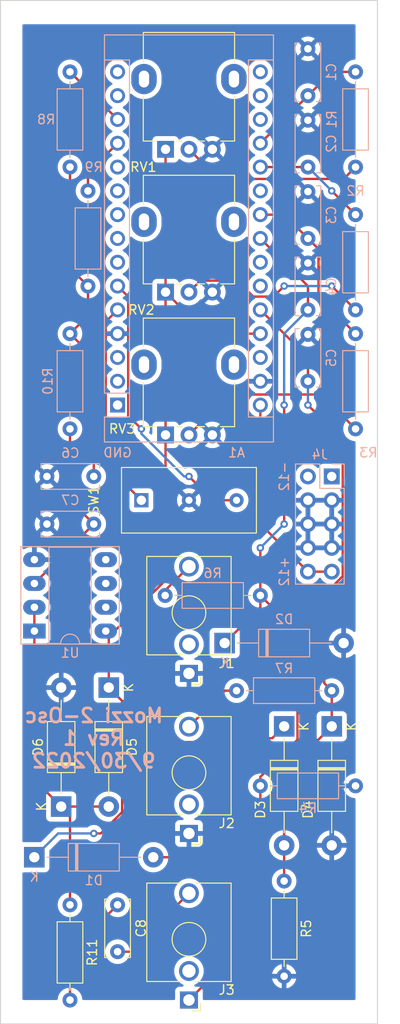
<source format=kicad_pcb>
(kicad_pcb (version 20211014) (generator pcbnew)
  (layers (0 "F.Cu" signal) (31 "B.Cu" signal) (34 "B.Paste" user) (35 "F.Paste" user) (36 "B.SilkS" user "B.Silkscreen") (37 "F.SilkS" user "F.Silkscreen") (38 "B.Mask" user) (39 "F.Mask" user) (44 "Edge.Cuts" user))
  (net 0 "")
  (net 4 "GND")
  (net 5 "OctUp")
  (net 6 "OctDown")
  (net 12 "OutA")
  (net 13 "OutB")
  (net 19 "Osc1Freq")
  (net 20 "Osc2Freq")
  (net 22 "Wave")
  (net 23 "CV")
  (net 26 "V{slash}Oct")
  (net 27 "+5V")
  (net 29 "+12V")
  (net 30 "Net-(C6-Pad1)")
  (net 31 "Net-(C7-Pad1)")
  (net 32 "Net-(C8-Pad1)")
  (net 33 "Net-(C8-Pad2)")
  (net 34 "Net-(D5-Pad2)")
  (net 35 "Net-(J1-PadT)")
  (net 36 "Net-(J2-PadT)")
  (net 37 "Net-(R1-Pad1)")
  (net 38 "Net-(R2-Pad1)")
  (net 39 "Net-(R3-Pad1)")
  (footprint "Diode_THT:D_DO-41_SOD81_P12.70mm_Horizontal" (layer "F.Cu") (at 63.5 105.41 -90)
    (fp_text reference "D4" (at 8.89 2.54 90) (layer "F.SilkS"))
    (fp_text value "D_Schottky")
    (fp_text user "K" (at 0 -2.1 90) (layer "F.SilkS"))
    (fp_line (start 9.07 -1.47) (end 3.63 -1.47) (layer "F.SilkS") (width 0.12))
    (fp_line (start 4.41 -1.47) (end 4.41 1.47) (layer "F.SilkS") (width 0.12))
    (fp_line (start 4.53 -1.47) (end 4.53 1.47) (layer "F.SilkS") (width 0.12))
    (fp_line (start 1.34 0) (end 3.63 0) (layer "F.SilkS") (width 0.12))
    (fp_line (start 9.07 1.47) (end 9.07 -1.47) (layer "F.SilkS") (width 0.12))
    (fp_line (start 11.36 0) (end 9.07 0) (layer "F.SilkS") (width 0.12))
    (fp_line (start 3.63 1.47) (end 9.07 1.47) (layer "F.SilkS") (width 0.12))
    (fp_line (start 4.65 -1.47) (end 4.65 1.47) (layer "F.SilkS") (width 0.12))
    (fp_line (start 3.63 -1.47) (end 3.63 1.47) (layer "F.SilkS") (width 0.12))
    (pad "1" thru_hole rect (at 0 0 270) (size 2.2 2.2) (drill 1.1) (layers *.Cu *.Mask) (net 26 "V{slash}Oct"))
    (pad "2" thru_hole oval (at 12.7 0 270) (size 2.2 2.2) (drill 1.1) (layers *.Cu *.Mask) (net 4 "GND"))
  )
  (footprint "Potentiometer_THT:Potentiometer_Alpha_RD901F-40-00D_Single_Vertical" (layer "F.Cu") (at 45.76 43.825 90)
    (fp_text reference "RV1" (at -1.895 -2.37 180) (layer "F.SilkS"))
    (fp_text value "100k")
    (fp_line (start 0.88 -1.19) (end 0.88 -2.37) (layer "F.SilkS") (width 0.12))
    (fp_line (start 0.88 1.71) (end 0.88 1.18) (layer "F.SilkS") (width 0.12))
    (fp_line (start 9.41 -2.37) (end 12.47 -2.37) (layer "F.SilkS") (width 0.12))
    (fp_line (start 0.88 7.37) (end 0.88 5.88) (layer "F.SilkS") (width 0.12))
    (fp_line (start 0.88 7.37) (end 5.6 7.37) (layer "F.SilkS") (width 0.12))
    (fp_line (start 12.47 7.37) (end 12.47 -2.37) (layer "F.SilkS") (width 0.12))
    (fp_line (start 9.41 7.37) (end 12.47 7.37) (layer "F.SilkS") (width 0.12))
    (fp_line (start 0.88 -2.38) (end 5.6 -2.38) (layer "F.SilkS") (width 0.12))
    (fp_line (start 0.88 4.16) (end 0.88 3.33) (layer "F.SilkS") (width 0.12))
    (pad "" thru_hole oval locked (at 7.5 -2.3 180) (size 2.72 3.24) (drill oval 1.1 1.8) (layers *.Cu *.Mask))
    (pad "" thru_hole oval locked (at 7.5 7.3 180) (size 2.72 3.24) (drill oval 1.1 1.8) (layers *.Cu *.Mask))
    (pad "1" thru_hole rect locked (at 0 0 180) (size 1.8 1.8) (drill 1) (layers *.Cu *.Mask) (net 27 "+5V"))
    (pad "2" thru_hole circle locked (at 0 2.5 180) (size 1.8 1.8) (drill 1) (layers *.Cu *.Mask) (net 37 "Net-(R1-Pad1)"))
    (pad "3" thru_hole circle locked (at 0 5 180) (size 1.8 1.8) (drill 1) (layers *.Cu *.Mask) (net 4 "GND"))
  )
  (footprint "rpaz:SW_NKK_D22012P" (layer "F.Cu") (at 48.26 81.28 90)
    (fp_text reference "SW1" (at 0 -10.16 90 unlocked) (layer "F.SilkS"))
    (fp_text value "SW_SPDT_MSM")
    (fp_rect (start -3.5 -7.2) (end 3.5 7.2) (layer "F.SilkS") (width 0.12) (fill none))
    (pad "1" thru_hole rect (at 0 -5.08 90) (size 1.524 1.524) (drill 1) (layers *.Cu *.Mask) (net 5 "OctUp"))
    (pad "2" thru_hole circle (at 0 0 90) (size 1.524 1.524) (drill 0.762) (layers *.Cu *.Mask) (net 4 "GND"))
    (pad "3" thru_hole circle (at 0 5.08 90) (size 1.524 1.524) (drill 0.762) (layers *.Cu *.Mask) (net 6 "OctDown"))
  )
  (footprint "Potentiometer_THT:Potentiometer_Alpha_RD901F-40-00D_Single_Vertical" (layer "F.Cu") (at 45.76 74.305 90)
    (fp_text reference "RV3" (at 0.645 -4.64 180) (layer "F.SilkS"))
    (fp_text value "100k")
    (fp_line (start 9.41 -2.37) (end 12.47 -2.37) (layer "F.SilkS") (width 0.12))
    (fp_line (start 0.88 1.71) (end 0.88 1.18) (layer "F.SilkS") (width 0.12))
    (fp_line (start 0.88 4.16) (end 0.88 3.33) (layer "F.SilkS") (width 0.12))
    (fp_line (start 0.88 7.37) (end 0.88 5.88) (layer "F.SilkS") (width 0.12))
    (fp_line (start 0.88 7.37) (end 5.6 7.37) (layer "F.SilkS") (width 0.12))
    (fp_line (start 9.41 7.37) (end 12.47 7.37) (layer "F.SilkS") (width 0.12))
    (fp_line (start 0.88 -2.38) (end 5.6 -2.38) (layer "F.SilkS") (width 0.12))
    (fp_line (start 12.47 7.37) (end 12.47 -2.37) (layer "F.SilkS") (width 0.12))
    (fp_line (start 0.88 -1.19) (end 0.88 -2.37) (layer "F.SilkS") (width 0.12))
    (pad "" thru_hole oval locked (at 7.5 7.3 180) (size 2.72 3.24) (drill oval 1.1 1.8) (layers *.Cu *.Mask))
    (pad "" thru_hole oval locked (at 7.5 -2.3 180) (size 2.72 3.24) (drill oval 1.1 1.8) (layers *.Cu *.Mask))
    (pad "1" thru_hole rect locked (at 0 0 180) (size 1.8 1.8) (drill 1) (layers *.Cu *.Mask) (net 27 "+5V"))
    (pad "2" thru_hole circle locked (at 0 2.5 180) (size 1.8 1.8) (drill 1) (layers *.Cu *.Mask) (net 39 "Net-(R3-Pad1)"))
    (pad "3" thru_hole circle locked (at 0 5 180) (size 1.8 1.8) (drill 1) (layers *.Cu *.Mask) (net 4 "GND"))
  )
  (footprint "Resistor_THT:R_Axial_DIN0207_L6.3mm_D2.5mm_P10.16mm_Horizontal" (layer "F.Cu") (at 58.42 121.92 -90)
    (fp_text reference "R5" (at 5.08 -2.37 90) (layer "F.SilkS"))
    (fp_text value "330k")
    (fp_line (start 9.12 0) (end 8.35 0) (layer "F.SilkS") (width 0.12))
    (fp_line (start 1.04 0) (end 1.81 0) (layer "F.SilkS") (width 0.12))
    (fp_line (start 8.35 -1.37) (end 1.81 -1.37) (layer "F.SilkS") (width 0.12))
    (fp_line (start 1.81 -1.37) (end 1.81 1.37) (layer "F.SilkS") (width 0.12))
    (fp_line (start 8.35 1.37) (end 8.35 -1.37) (layer "F.SilkS") (width 0.12))
    (fp_line (start 1.81 1.37) (end 8.35 1.37) (layer "F.SilkS") (width 0.12))
    (pad "1" thru_hole circle (at 0 0 270) (size 1.6 1.6) (drill 0.8) (layers *.Cu *.Mask) (net 26 "V{slash}Oct"))
    (pad "2" thru_hole oval (at 10.16 0 270) (size 1.6 1.6) (drill 0.8) (layers *.Cu *.Mask) (net 4 "GND"))
  )
  (footprint "Connector_Audio:Jack_3.5mm_QingPu_WQP-PJ398SM_Vertical_CircularHoles" (layer "F.Cu") (at 48.26 134.62 180)
    (fp_text reference "J3" (at -4.03 1.08) (layer "F.SilkS"))
    (fp_text value "AudioJack2")
    (fp_line (start 4.5 1.98) (end 0.72 1.98) (layer "F.SilkS") (width 0.12))
    (fp_line (start -0.8 12.48) (end -4.5 12.48) (layer "F.SilkS") (width 0.12))
    (fp_line (start -0.72 1.98) (end -4.5 1.98) (layer "F.SilkS") (width 0.12))
    (fp_line (start 4.5 1.98) (end 4.5 12.48) (layer "F.SilkS") (width 0.12))
    (fp_line (start 4.5 12.48) (end 0.8 12.48) (layer "F.SilkS") (width 0.12))
    (fp_line (start -4.5 1.98) (end -4.5 12.48) (layer "F.SilkS") (width 0.12))
    (fp_line (start -1.23 -1.17) (end -0.37 -1.17) (layer "F.SilkS") (width 0.12))
    (fp_line (start -1.23 -1.17) (end -1.23 -0.37) (layer "F.SilkS") (width 0.12))
    (fp_circle (center 0 6.48) (end 1.8 6.48) (layer "F.SilkS") (width 0.12) (fill none))
    (pad "S" thru_hole rect (at 0 0) (size 1.93 1.83) (drill 1.22) (layers *.Cu *.Mask) (net 4 "GND"))
    (pad "T" thru_hole circle (at 0 11.4) (size 2.13 2.13) (drill 1.43) (layers *.Cu *.Mask) (net 33 "Net-(C8-Pad2)"))
    (pad "TN" thru_hole circle (at 0 3.1) (size 2.13 2.13) (drill 1.42) (layers *.Cu *.Mask))
  )
  (footprint "Diode_THT:D_DO-41_SOD81_P12.70mm_Horizontal" (layer "F.Cu") (at 58.42 105.41 -90)
    (fp_text reference "D3" (at 8.89 2.54 90) (layer "F.SilkS"))
    (fp_text value "D_Schottky")
    (fp_text user "K" (at 0 -2.1 90) (layer "F.SilkS"))
    (fp_line (start 4.53 -1.47) (end 4.53 1.47) (layer "F.SilkS") (width 0.12))
    (fp_line (start 9.07 -1.47) (end 3.63 -1.47) (layer "F.SilkS") (width 0.12))
    (fp_line (start 4.65 -1.47) (end 4.65 1.47) (layer "F.SilkS") (width 0.12))
    (fp_line (start 11.36 0) (end 9.07 0) (layer "F.SilkS") (width 0.12))
    (fp_line (start 3.63 -1.47) (end 3.63 1.47) (layer "F.SilkS") (width 0.12))
    (fp_line (start 9.07 1.47) (end 9.07 -1.47) (layer "F.SilkS") (width 0.12))
    (fp_line (start 1.34 0) (end 3.63 0) (layer "F.SilkS") (width 0.12))
    (fp_line (start 4.41 -1.47) (end 4.41 1.47) (layer "F.SilkS") (width 0.12))
    (fp_line (start 3.63 1.47) (end 9.07 1.47) (layer "F.SilkS") (width 0.12))
    (pad "1" thru_hole rect (at 0 0 270) (size 2.2 2.2) (drill 1.1) (layers *.Cu *.Mask) (net 27 "+5V"))
    (pad "2" thru_hole oval (at 12.7 0 270) (size 2.2 2.2) (drill 1.1) (layers *.Cu *.Mask) (net 26 "V{slash}Oct"))
  )
  (footprint "Connector_Audio:Jack_3.5mm_QingPu_WQP-PJ398SM_Vertical_CircularHoles" (layer "F.Cu") (at 48.26 99.76 180)
    (fp_text reference "J1" (at -4.03 1.08) (layer "F.SilkS"))
    (fp_text value "AudioJack2")
    (fp_line (start -0.8 12.48) (end -4.5 12.48) (layer "F.SilkS") (width 0.12))
    (fp_line (start -1.23 -1.17) (end -0.37 -1.17) (layer "F.SilkS") (width 0.12))
    (fp_line (start 4.5 1.98) (end 4.5 12.48) (layer "F.SilkS") (width 0.12))
    (fp_line (start -0.72 1.98) (end -4.5 1.98) (layer "F.SilkS") (width 0.12))
    (fp_line (start 4.5 12.48) (end 0.8 12.48) (layer "F.SilkS") (width 0.12))
    (fp_line (start 4.5 1.98) (end 0.72 1.98) (layer "F.SilkS") (width 0.12))
    (fp_line (start -1.23 -1.17) (end -1.23 -0.37) (layer "F.SilkS") (width 0.12))
    (fp_line (start -4.5 1.98) (end -4.5 12.48) (layer "F.SilkS") (width 0.12))
    (fp_circle (center 0 6.48) (end 1.8 6.48) (layer "F.SilkS") (width 0.12) (fill none))
    (pad "S" thru_hole rect (at 0 0) (size 1.93 1.83) (drill 1.22) (layers *.Cu *.Mask) (net 4 "GND"))
    (pad "T" thru_hole circle (at 0 11.4) (size 2.13 2.13) (drill 1.43) (layers *.Cu *.Mask) (net 35 "Net-(J1-PadT)"))
    (pad "TN" thru_hole circle (at 0 3.1) (size 2.13 2.13) (drill 1.42) (layers *.Cu *.Mask))
  )
  (footprint "Diode_THT:D_DO-41_SOD81_P12.70mm_Horizontal" (layer "F.Cu") (at 39.7 101.27 -90)
    (fp_text reference "D5" (at 6.35 -2.47 90) (layer "F.SilkS"))
    (fp_text value "D_Schottky")
    (fp_text user "K" (at 0 -2.1 90) (layer "F.SilkS"))
    (fp_line (start 3.63 -1.47) (end 3.63 1.47) (layer "F.SilkS") (width 0.12))
    (fp_line (start 9.07 -1.47) (end 3.63 -1.47) (layer "F.SilkS") (width 0.12))
    (fp_line (start 1.34 0) (end 3.63 0) (layer "F.SilkS") (width 0.12))
    (fp_line (start 11.36 0) (end 9.07 0) (layer "F.SilkS") (width 0.12))
    (fp_line (start 3.63 1.47) (end 9.07 1.47) (layer "F.SilkS") (width 0.12))
    (fp_line (start 9.07 1.47) (end 9.07 -1.47) (layer "F.SilkS") (width 0.12))
    (fp_line (start 4.65 -1.47) (end 4.65 1.47) (layer "F.SilkS") (width 0.12))
    (fp_line (start 4.41 -1.47) (end 4.41 1.47) (layer "F.SilkS") (width 0.12))
    (fp_line (start 4.53 -1.47) (end 4.53 1.47) (layer "F.SilkS") (width 0.12))
    (pad "1" thru_hole rect (at 0 0 270) (size 2.2 2.2) (drill 1.1) (layers *.Cu *.Mask) (net 27 "+5V"))
    (pad "2" thru_hole oval (at 12.7 0 270) (size 2.2 2.2) (drill 1.1) (layers *.Cu *.Mask) (net 34 "Net-(D5-Pad2)"))
  )
  (footprint "Diode_THT:D_DO-41_SOD81_P12.70mm_Horizontal" (layer "F.Cu") (at 34.62 113.97 90)
    (fp_text reference "D6" (at 6.35 -2.47 90) (layer "F.SilkS"))
    (fp_text value "D_Schottky")
    (fp_text user "K" (at 0 -2.1 90) (layer "F.SilkS"))
    (fp_line (start 11.36 0) (end 9.07 0) (layer "F.SilkS") (width 0.12))
    (fp_line (start 3.63 1.47) (end 9.07 1.47) (layer "F.SilkS") (width 0.12))
    (fp_line (start 9.07 1.47) (end 9.07 -1.47) (layer "F.SilkS") (width 0.12))
    (fp_line (start 4.53 -1.47) (end 4.53 1.47) (layer "F.SilkS") (width 0.12))
    (fp_line (start 1.34 0) (end 3.63 0) (layer "F.SilkS") (width 0.12))
    (fp_line (start 3.63 -1.47) (end 3.63 1.47) (layer "F.SilkS") (width 0.12))
    (fp_line (start 4.65 -1.47) (end 4.65 1.47) (layer "F.SilkS") (width 0.12))
    (fp_line (start 4.41 -1.47) (end 4.41 1.47) (layer "F.SilkS") (width 0.12))
    (fp_line (start 9.07 -1.47) (end 3.63 -1.47) (layer "F.SilkS") (width 0.12))
    (pad "1" thru_hole rect (at 0 0 90) (size 2.2 2.2) (drill 1.1) (layers *.Cu *.Mask) (net 34 "Net-(D5-Pad2)"))
    (pad "2" thru_hole oval (at 12.7 0 90) (size 2.2 2.2) (drill 1.1) (layers *.Cu *.Mask) (net 4 "GND"))
  )
  (footprint "Potentiometer_THT:Potentiometer_Alpha_RD901F-40-00D_Single_Vertical" (layer "F.Cu") (at 45.76 59.065 90)
    (fp_text reference "RV2" (at -1.895 -2.58 180) (layer "F.SilkS"))
    (fp_text value "100k")
    (fp_line (start 0.88 1.71) (end 0.88 1.18) (layer "F.SilkS") (width 0.12))
    (fp_line (start 9.41 -2.37) (end 12.47 -2.37) (layer "F.SilkS") (width 0.12))
    (fp_line (start 9.41 7.37) (end 12.47 7.37) (layer "F.SilkS") (width 0.12))
    (fp_line (start 0.88 7.37) (end 5.6 7.37) (layer "F.SilkS") (width 0.12))
    (fp_line (start 0.88 -1.19) (end 0.88 -2.37) (layer "F.SilkS") (width 0.12))
    (fp_line (start 0.88 7.37) (end 0.88 5.88) (layer "F.SilkS") (width 0.12))
    (fp_line (start 0.88 -2.38) (end 5.6 -2.38) (layer "F.SilkS") (width 0.12))
    (fp_line (start 0.88 4.16) (end 0.88 3.33) (layer "F.SilkS") (width 0.12))
    (fp_line (start 12.47 7.37) (end 12.47 -2.37) (layer "F.SilkS") (width 0.12))
    (pad "" thru_hole oval locked (at 7.5 7.3 180) (size 2.72 3.24) (drill oval 1.1 1.8) (layers *.Cu *.Mask))
    (pad "" thru_hole oval locked (at 7.5 -2.3 180) (size 2.72 3.24) (drill oval 1.1 1.8) (layers *.Cu *.Mask))
    (pad "1" thru_hole rect locked (at 0 0 180) (size 1.8 1.8) (drill 1) (layers *.Cu *.Mask) (net 27 "+5V"))
    (pad "2" thru_hole circle locked (at 0 2.5 180) (size 1.8 1.8) (drill 1) (layers *.Cu *.Mask) (net 38 "Net-(R2-Pad1)"))
    (pad "3" thru_hole circle locked (at 0 5 180) (size 1.8 1.8) (drill 1) (layers *.Cu *.Mask) (net 4 "GND"))
  )
  (footprint "Resistor_THT:R_Axial_DIN0207_L6.3mm_D2.5mm_P10.16mm_Horizontal" (layer "F.Cu") (at 35.56 124.46 -90)
    (fp_text reference "R11" (at 5.08 -2.37 90) (layer "F.SilkS"))
    (fp_text value "220")
    (fp_line (start 1.81 1.37) (end 8.35 1.37) (layer "F.SilkS") (width 0.12))
    (fp_line (start 1.04 0) (end 1.81 0) (layer "F.SilkS") (width 0.12))
    (fp_line (start 1.81 -1.37) (end 1.81 1.37) (layer "F.SilkS") (width 0.12))
    (fp_line (start 9.12 0) (end 8.35 0) (layer "F.SilkS") (width 0.12))
    (fp_line (start 8.35 1.37) (end 8.35 -1.37) (layer "F.SilkS") (width 0.12))
    (fp_line (start 8.35 -1.37) (end 1.81 -1.37) (layer "F.SilkS") (width 0.12))
    (pad "1" thru_hole circle (at 0 0 270) (size 1.6 1.6) (drill 0.8) (layers *.Cu *.Mask) (net 34 "Net-(D5-Pad2)"))
    (pad "2" thru_hole oval (at 10.16 0 270) (size 1.6 1.6) (drill 0.8) (layers *.Cu *.Mask) (net 32 "Net-(C8-Pad1)"))
  )
  (footprint "Capacitor_THT:C_Disc_D6.0mm_W2.5mm_P5.00mm" (layer "F.Cu") (at 40.64 124.46 -90)
    (fp_text reference "C8" (at 2.5 -2.5 90) (layer "F.SilkS"))
    (fp_text value "4.7nf")
    (fp_line (start -0.62 0.925) (end -0.62 1.37) (layer "F.SilkS") (width 0.12))
    (fp_line (start -0.62 -1.37) (end 5.62 -1.37) (layer "F.SilkS") (width 0.12))
    (fp_line (start 5.62 -1.37) (end 5.62 -0.925) (layer "F.SilkS") (width 0.12))
    (fp_line (start 5.62 0.925) (end 5.62 1.37) (layer "F.SilkS") (width 0.12))
    (fp_line (start -0.62 -1.37) (end -0.62 -0.925) (layer "F.SilkS") (width 0.12))
    (fp_line (start -0.62 1.37) (end 5.62 1.37) (layer "F.SilkS") (width 0.12))
    (pad "1" thru_hole circle (at 0 0 270) (size 1.6 1.6) (drill 0.8) (layers *.Cu *.Mask) (net 32 "Net-(C8-Pad1)"))
    (pad "2" thru_hole circle (at 5 0 270) (size 1.6 1.6) (drill 0.8) (layers *.Cu *.Mask) (net 33 "Net-(C8-Pad2)"))
  )
  (footprint "Connector_Audio:Jack_3.5mm_QingPu_WQP-PJ398SM_Vertical_CircularHoles" (layer "F.Cu") (at 48.26 116.84 180)
    (fp_text reference "J2" (at -4.03 1.08) (layer "F.SilkS"))
    (fp_text value "AudioJack2")
    (fp_line (start -4.5 1.98) (end -4.5 12.48) (layer "F.SilkS") (width 0.12))
    (fp_line (start 4.5 1.98) (end 0.72 1.98) (layer "F.SilkS") (width 0.12))
    (fp_line (start -0.72 1.98) (end -4.5 1.98) (layer "F.SilkS") (width 0.12))
    (fp_line (start -1.23 -1.17) (end -0.37 -1.17) (layer "F.SilkS") (width 0.12))
    (fp_line (start 4.5 1.98) (end 4.5 12.48) (layer "F.SilkS") (width 0.12))
    (fp_line (start 4.5 12.48) (end 0.8 12.48) (layer "F.SilkS") (width 0.12))
    (fp_line (start -1.23 -1.17) (end -1.23 -0.37) (layer "F.SilkS") (width 0.12))
    (fp_line (start -0.8 12.48) (end -4.5 12.48) (layer "F.SilkS") (width 0.12))
    (fp_circle (center 0 6.48) (end 1.8 6.48) (layer "F.SilkS") (width 0.12) (fill none))
    (pad "S" thru_hole rect (at 0 0) (size 1.93 1.83) (drill 1.22) (layers *.Cu *.Mask) (net 4 "GND"))
    (pad "T" thru_hole circle (at 0 11.4) (size 2.13 2.13) (drill 1.43) (layers *.Cu *.Mask) (net 36 "Net-(J2-PadT)"))
    (pad "TN" thru_hole circle (at 0 3.1) (size 2.13 2.13) (drill 1.42) (layers *.Cu *.Mask))
  )
  (footprint "Connector_PinHeader_2.54mm:PinHeader_2x05_P2.54mm_Vertical" (layer "B.Cu") (at 63.5 78.74 180)
    (fp_text reference "J4" (at 1.27 2.33) (layer "B.SilkS") (effects (justify mirror)))
    (fp_text value "Conn_02x05_Odd_Even")
    (fp_line (start -1.33 0) (end -1.33 1.33) (layer "B.SilkS") (width 0.12))
    (fp_line (start -1.33 -11.49) (end 3.87 -11.49) (layer "B.SilkS") (width 0.12))
    (fp_line (start -1.33 -1.27) (end -1.33 -11.49) (layer "B.SilkS") (width 0.12))
    (fp_line (start 1.27 1.33) (end 3.87 1.33) (layer "B.SilkS") (width 0.12))
    (fp_line (start -1.33 -1.27) (end 1.27 -1.27) (layer "B.SilkS") (width 0.12))
    (fp_line (start 1.27 -1.27) (end 1.27 1.33) (layer "B.SilkS") (width 0.12))
    (fp_line (start -1.33 1.33) (end 0 1.33) (layer "B.SilkS") (width 0.12))
    (fp_line (start 3.87 1.33) (end 3.87 -11.49) (layer "B.SilkS") (width 0.12))
    (pad "1" thru_hole rect (at 0 0 180) (size 1.7 1.7) (drill 1) (layers *.Cu *.Mask))
    (pad "2" thru_hole oval (at 2.54 0 180) (size 1.7 1.7) (drill 1) (layers *.Cu *.Mask))
    (pad "3" thru_hole oval (at 0 -2.54 180) (size 1.7 1.7) (drill 1) (layers *.Cu *.Mask) (net 4 "GND"))
    (pad "4" thru_hole oval (at 2.54 -2.54 180) (size 1.7 1.7) (drill 1) (layers *.Cu *.Mask) (net 4 "GND"))
    (pad "5" thru_hole oval (at 0 -5.08 180) (size 1.7 1.7) (drill 1) (layers *.Cu *.Mask) (net 4 "GND"))
    (pad "6" thru_hole oval (at 2.54 -5.08 180) (size 1.7 1.7) (drill 1) (layers *.Cu *.Mask) (net 4 "GND"))
    (pad "7" thru_hole oval (at 0 -7.62 180) (size 1.7 1.7) (drill 1) (layers *.Cu *.Mask) (net 4 "GND"))
    (pad "8" thru_hole oval (at 2.54 -7.62 180) (size 1.7 1.7) (drill 1) (layers *.Cu *.Mask) (net 4 "GND"))
    (pad "9" thru_hole oval (at 0 -10.16 180) (size 1.7 1.7) (drill 1) (layers *.Cu *.Mask) (net 29 "+12V"))
    (pad "10" thru_hole oval (at 2.54 -10.16 180) (size 1.7 1.7) (drill 1) (layers *.Cu *.Mask) (net 29 "+12V"))
  )
  (footprint "Resistor_THT:R_Axial_DIN0207_L6.3mm_D2.5mm_P10.16mm_Horizontal" (layer "B.Cu") (at 55.88 111.76)
    (fp_text reference "R4" (at 5.08 2.37) (layer "B.SilkS") (effects (justify mirror)))
    (fp_text value "100k")
    (fp_line (start 1.04 0) (end 1.81 0) (layer "B.SilkS") (width 0.12))
    (fp_line (start 1.81 1.37) (end 1.81 -1.37) (layer "B.SilkS") (width 0.12))
    (fp_line (start 9.12 0) (end 8.35 0) (layer "B.SilkS") (width 0.12))
    (fp_line (start 8.35 1.37) (end 1.81 1.37) (layer "B.SilkS") (width 0.12))
    (fp_line (start 1.81 -1.37) (end 8.35 -1.37) (layer "B.SilkS") (width 0.12))
    (fp_line (start 8.35 -1.37) (end 8.35 1.37) (layer "B.SilkS") (width 0.12))
    (pad "1" thru_hole circle (at 0 0) (size 1.6 1.6) (drill 0.8) (layers *.Cu *.Mask) (net 23 "CV"))
    (pad "2" thru_hole oval (at 10.16 0) (size 1.6 1.6) (drill 0.8) (layers *.Cu *.Mask) (net 4 "GND"))
  )
  (footprint "Capacitor_THT:C_Disc_D6.0mm_W2.5mm_P5.00mm" (layer "B.Cu") (at 38.1 83.82 180)
    (fp_text reference "C7" (at 2.5 2.54) (layer "B.SilkS") (effects (justify mirror)))
    (fp_text value "10nf")
    (fp_line (start 5.62 -0.925) (end 5.62 -1.37) (layer "B.SilkS") (width 0.12))
    (fp_line (start -0.62 1.37) (end -0.62 0.925) (layer "B.SilkS") (width 0.12))
    (fp_line (start -0.62 1.37) (end 5.62 1.37) (layer "B.SilkS") (width 0.12))
    (fp_line (start 5.62 1.37) (end 5.62 0.925) (layer "B.SilkS") (width 0.12))
    (fp_line (start -0.62 -1.37) (end 5.62 -1.37) (layer "B.SilkS") (width 0.12))
    (fp_line (start -0.62 -0.925) (end -0.62 -1.37) (layer "B.SilkS") (width 0.12))
    (pad "1" thru_hole circle (at 0 0 180) (size 1.6 1.6) (drill 0.8) (layers *.Cu *.Mask) (net 31 "Net-(C7-Pad1)"))
    (pad "2" thru_hole circle (at 5 0 180) (size 1.6 1.6) (drill 0.8) (layers *.Cu *.Mask) (net 4 "GND"))
  )
  (footprint "Capacitor_THT:C_Disc_D6.0mm_W2.5mm_P5.00mm" (layer "B.Cu") (at 60.96 68.58 90)
    (fp_text reference "C5" (at 2.5 2.5 90) (layer "B.SilkS") (effects (justify mirror)))
    (fp_text value "68nF")
    (fp_line (start 5.62 1.37) (end 5.62 0.925) (layer "B.SilkS") (width 0.12))
    (fp_line (start -0.62 1.37) (end -0.62 0.925) (layer "B.SilkS") (width 0.12))
    (fp_line (start -0.62 -1.37) (end 5.62 -1.37) (layer "B.SilkS") (width 0.12))
    (fp_line (start -0.62 1.37) (end 5.62 1.37) (layer "B.SilkS") (width 0.12))
    (fp_line (start -0.62 -0.925) (end -0.62 -1.37) (layer "B.SilkS") (width 0.12))
    (fp_line (start 5.62 -0.925) (end 5.62 -1.37) (layer "B.SilkS") (width 0.12))
    (pad "1" thru_hole circle (at 0 0 90) (size 1.6 1.6) (drill 0.8) (layers *.Cu *.Mask) (net 26 "V{slash}Oct"))
    (pad "2" thru_hole circle (at 5 0 90) (size 1.6 1.6) (drill 0.8) (layers *.Cu *.Mask) (net 4 "GND"))
  )
  (footprint "Resistor_THT:R_Axial_DIN0207_L6.3mm_D2.5mm_P10.16mm_Horizontal" (layer "B.Cu") (at 35.56 35.56 -90)
    (fp_text reference "R8" (at 5.08 2.54) (layer "B.SilkS") (effects (justify mirror)))
    (fp_text value "499k")
    (fp_line (start 1.81 -1.37) (end 8.35 -1.37) (layer "B.SilkS") (width 0.12))
    (fp_line (start 9.12 0) (end 8.35 0) (layer "B.SilkS") (width 0.12))
    (fp_line (start 8.35 -1.37) (end 8.35 1.37) (layer "B.SilkS") (width 0.12))
    (fp_line (start 1.81 1.37) (end 1.81 -1.37) (layer "B.SilkS") (width 0.12))
    (fp_line (start 1.04 0) (end 1.81 0) (layer "B.SilkS") (width 0.12))
    (fp_line (start 8.35 1.37) (end 1.81 1.37) (layer "B.SilkS") (width 0.12))
    (pad "1" thru_hole circle (at 0 0 270) (size 1.6 1.6) (drill 0.8) (layers *.Cu *.Mask) (net 13 "OutB"))
    (pad "2" thru_hole oval (at 10.16 0 270) (size 1.6 1.6) (drill 0.8) (layers *.Cu *.Mask) (net 30 "Net-(C6-Pad1)"))
  )
  (footprint "Capacitor_THT:C_Disc_D6.0mm_W2.5mm_P5.00mm" (layer "B.Cu") (at 60.96 45.72 90)
    (fp_text reference "C2" (at 2.5 2.5 90) (layer "B.SilkS") (effects (justify mirror)))
    (fp_text value "100pF")
    (fp_line (start -0.62 -1.37) (end 5.62 -1.37) (layer "B.SilkS") (width 0.12))
    (fp_line (start 5.62 1.37) (end 5.62 0.925) (layer "B.SilkS") (width 0.12))
    (fp_line (start -0.62 1.37) (end -0.62 0.925) (layer "B.SilkS") (width 0.12))
    (fp_line (start -0.62 -0.925) (end -0.62 -1.37) (layer "B.SilkS") (width 0.12))
    (fp_line (start 5.62 -0.925) (end 5.62 -1.37) (layer "B.SilkS") (width 0.12))
    (fp_line (start -0.62 1.37) (end 5.62 1.37) (layer "B.SilkS") (width 0.12))
    (pad "1" thru_hole circle (at 0 0 90) (size 1.6 1.6) (drill 0.8) (layers *.Cu *.Mask) (net 20 "Osc2Freq"))
    (pad "2" thru_hole circle (at 5 0 90) (size 1.6 1.6) (drill 0.8) (layers *.Cu *.Mask) (net 4 "GND"))
  )
  (footprint "Resistor_THT:R_Axial_DIN0207_L6.3mm_D2.5mm_P10.16mm_Horizontal" (layer "B.Cu") (at 66.04 73.66 90)
    (fp_text reference "R3" (at -2.54 1.37 180) (layer "B.SilkS") (effects (justify mirror)))
    (fp_text value "1k")
    (fp_line (start 8.35 1.37) (end 1.81 1.37) (layer "B.SilkS") (width 0.12))
    (fp_line (start 9.12 0) (end 8.35 0) (layer "B.SilkS") (width 0.12))
    (fp_line (start 8.35 -1.37) (end 8.35 1.37) (layer "B.SilkS") (width 0.12))
    (fp_line (start 1.81 1.37) (end 1.81 -1.37) (layer "B.SilkS") (width 0.12))
    (fp_line (start 1.81 -1.37) (end 8.35 -1.37) (layer "B.SilkS") (width 0.12))
    (fp_line (start 1.04 0) (end 1.81 0) (layer "B.SilkS") (width 0.12))
    (pad "1" thru_hole circle (at 0 0 90) (size 1.6 1.6) (drill 0.8) (layers *.Cu *.Mask) (net 39 "Net-(R3-Pad1)"))
    (pad "2" thru_hole oval (at 10.16 0 90) (size 1.6 1.6) (drill 0.8) (layers *.Cu *.Mask) (net 22 "Wave"))
  )
  (footprint "Capacitor_THT:C_Disc_D6.0mm_W2.5mm_P5.00mm" (layer "B.Cu") (at 38.1 78.74 180)
    (fp_text reference "C6" (at 2.5 2.5) (layer "B.SilkS") (effects (justify mirror)))
    (fp_text value "4.7nf")
    (fp_line (start 5.62 1.37) (end 5.62 0.925) (layer "B.SilkS") (width 0.12))
    (fp_line (start -0.62 1.37) (end -0.62 0.925) (layer "B.SilkS") (width 0.12))
    (fp_line (start -0.62 -0.925) (end -0.62 -1.37) (layer "B.SilkS") (width 0.12))
    (fp_line (start 5.62 -0.925) (end 5.62 -1.37) (layer "B.SilkS") (width 0.12))
    (fp_line (start -0.62 -1.37) (end 5.62 -1.37) (layer "B.SilkS") (width 0.12))
    (fp_line (start -0.62 1.37) (end 5.62 1.37) (layer "B.SilkS") (width 0.12))
    (pad "1" thru_hole circle (at 0 0 180) (size 1.6 1.6) (drill 0.8) (layers *.Cu *.Mask) (net 30 "Net-(C6-Pad1)"))
    (pad "2" thru_hole circle (at 5 0 180) (size 1.6 1.6) (drill 0.8) (layers *.Cu *.Mask) (net 4 "GND"))
  )
  (footprint "Resistor_THT:R_Axial_DIN0207_L6.3mm_D2.5mm_P10.16mm_Horizontal" (layer "B.Cu") (at 55.88 91.44 180)
    (fp_text reference "R6" (at 5.08 2.37) (layer "B.SilkS") (effects (justify mirror)))
    (fp_text value "1k")
    (fp_line (start 9.12 0) (end 8.35 0) (layer "B.SilkS") (width 0.12))
    (fp_line (start 8.35 -1.37) (end 8.35 1.37) (layer "B.SilkS") (width 0.12))
    (fp_line (start 1.04 0) (end 1.81 0) (layer "B.SilkS") (width 0.12))
    (fp_line (start 1.81 -1.37) (end 8.35 -1.37) (layer "B.SilkS") (width 0.12))
    (fp_line (start 1.81 1.37) (end 1.81 -1.37) (layer "B.SilkS") (width 0.12))
    (fp_line (start 8.35 1.37) (end 1.81 1.37) (layer "B.SilkS") (width 0.12))
    (pad "1" thru_hole circle (at 0 0 180) (size 1.6 1.6) (drill 0.8) (layers *.Cu *.Mask) (net 23 "CV"))
    (pad "2" thru_hole oval (at 10.16 0 180) (size 1.6 1.6) (drill 0.8) (layers *.Cu *.Mask) (net 35 "Net-(J1-PadT)"))
  )
  (footprint "Module:Arduino_Nano" (layer "B.Cu") (at 40.64 71.12)
    (fp_text reference "A1" (at 12.7 5.08) (layer "B.SilkS") (effects (justify mirror)))
    (fp_text value "Nano")
    (fp_line (start 1.27 -36.83) (end -1.4 -36.83) (layer "B.SilkS") (width 0.12))
    (fp_line (start 16.64 3.94) (end -1.4 3.94) (layer "B.SilkS") (width 0.12))
    (fp_line (start 1.27 -1.27) (end -1.4 -1.27) (layer "B.SilkS") (width 0.12))
    (fp_line (start 1.27 -1.27) (end 1.27 1.27) (layer "B.SilkS") (width 0.12))
    (fp_line (start 13.97 -36.83) (end 16.64 -36.83) (layer "B.SilkS") (width 0.12))
    (fp_line (start 13.97 1.27) (end 13.97 -36.83) (layer "B.SilkS") (width 0.12))
    (fp_line (start 13.97 1.27) (end 16.64 1.27) (layer "B.SilkS") (width 0.12))
    (fp_line (start -1.4 -39.5) (end 16.64 -39.5) (layer "B.SilkS") (width 0.12))
    (fp_line (start -1.4 3.94) (end -1.4 1.27) (layer "B.SilkS") (width 0.12))
    (fp_line (start -1.4 -1.27) (end -1.4 -39.5) (layer "B.SilkS") (width 0.12))
    (fp_line (start 16.64 -39.5) (end 16.64 3.94) (layer "B.SilkS") (width 0.12))
    (fp_line (start 1.27 -1.27) (end 1.27 -36.83) (layer "B.SilkS") (width 0.12))
    (fp_line (start 1.27 1.27) (end -1.4 1.27) (layer "B.SilkS") (width 0.12))
    (pad "1" thru_hole rect (at 0 0) (size 1.6 1.6) (drill 1) (layers *.Cu *.Mask))
    (pad "2" thru_hole oval (at 0 -2.54) (size 1.6 1.6) (drill 1) (layers *.Cu *.Mask))
    (pad "3" thru_hole oval (at 0 -5.08) (size 1.6 1.6) (drill 1) (layers *.Cu *.Mask))
    (pad "4" thru_hole oval (at 0 -7.62) (size 1.6 1.6) (drill 1) (layers *.Cu *.Mask) (net 4 "GND"))
    (pad "5" thru_hole oval (at 0 -10.16) (size 1.6 1.6) (drill 1) (layers *.Cu *.Mask) (net 5 "OctUp"))
    (pad "6" thru_hole oval (at 0 -12.7) (size 1.6 1.6) (drill 1) (layers *.Cu *.Mask) (net 6 "OctDown"))
    (pad "7" thru_hole oval (at 0 -15.24) (size 1.6 1.6) (drill 1) (layers *.Cu *.Mask))
    (pad "8" thru_hole oval (at 0 -17.78) (size 1.6 1.6) (drill 1) (layers *.Cu *.Mask))
    (pad "9" thru_hole oval (at 0 -20.32) (size 1.6 1.6) (drill 1) (layers *.Cu *.Mask))
    (pad "10" thru_hole oval (at 0 -22.86) (size 1.6 1.6) (drill 1) (layers *.Cu *.Mask))
    (pad "11" thru_hole oval (at 0 -25.4) (size 1.6 1.6) (drill 1) (layers *.Cu *.Mask))
    (pad "12" thru_hole oval (at 0 -27.94) (size 1.6 1.6) (drill 1) (layers *.Cu *.Mask) (net 12 "OutA"))
    (pad "13" thru_hole oval (at 0 -30.48) (size 1.6 1.6) (drill 1) (layers *.Cu *.Mask) (net 13 "OutB"))
    (pad "14" thru_hole oval (at 0 -33.02) (size 1.6 1.6) (drill 1) (layers *.Cu *.Mask))
    (pad "15" thru_hole oval (at 0 -35.56) (size 1.6 1.6) (drill 1) (layers *.Cu *.Mask))
    (pad "16" thru_hole oval (at 15.24 -35.56) (size 1.6 1.6) (drill 1) (layers *.Cu *.Mask))
    (pad "17" thru_hole oval (at 15.24 -33.02) (size 1.6 1.6) (drill 1) (layers *.Cu *.Mask))
    (pad "18" thru_hole oval (at 15.24 -30.48) (size 1.6 1.6) (drill 1) (layers *.Cu *.Mask))
    (pad "19" thru_hole oval (at 15.24 -27.94) (size 1.6 1.6) (drill 1) (layers *.Cu *.Mask) (net 19 "Osc1Freq"))
    (pad "20" thru_hole oval (at 15.24 -25.4) (size 1.6 1.6) (drill 1) (layers *.Cu *.Mask) (net 20 "Osc2Freq"))
    (pad "21" thru_hole oval (at 15.24 -22.86) (size 1.6 1.6) (drill 1) (layers *.Cu *.Mask))
    (pad "22" thru_hole oval (at 15.24 -20.32) (size 1.6 1.6) (drill 1) (layers *.Cu *.Mask) (net 22 "Wave"))
    (pad "23" thru_hole oval (at 15.24 -17.78) (size 1.6 1.6) (drill 1) (layers *.Cu *.Mask) (net 23 "CV"))
    (pad "24" thru_hole oval (at 15.24 -15.24) (size 1.6 1.6) (drill 1) (layers *.Cu *.Mask))
    (pad "25" thru_hole oval (at 15.24 -12.7) (size 1.6 1.6) (drill 1) (layers *.Cu *.Mask))
    (pad "26" thru_hole oval (at 15.24 -10.16) (size 1.6 1.6) (drill 1) (layers *.Cu *.Mask) (net 26 "V{slash}Oct"))
    (pad "27" thru_hole oval (at 15.24 -7.62) (size 1.6 1.6) (drill 1) (layers *.Cu *.Mask) (net 27 "+5V"))
    (pad "28" thru_hole oval (at 15.24 -5.08) (size 1.6 1.6) (drill 1) (layers *.Cu *.Mask))
    (pad "29" thru_hole oval (at 15.24 -2.54) (size 1.6 1.6) (drill 1) (layers *.Cu *.Mask) (net 4 "GND"))
    (pad "30" thru_hole oval (at 15.24 0) (size 1.6 1.6) (drill 1) (layers *.Cu *.Mask) (net 29 "+12V"))
  )
  (footprint "Capacitor_THT:C_Disc_D6.0mm_W2.5mm_P5.00mm" (layer "B.Cu") (at 60.96 38.1 90)
    (fp_text reference "C1" (at 2.5 2.5 90) (layer "B.SilkS") (effects (justify mirror)))
    (fp_text value "100pF")
    (fp_line (start -0.62 1.37) (end -0.62 0.925) (layer "B.SilkS") (width 0.12))
    (fp_line (start -0.62 -0.925) (end -0.62 -1.37) (layer "B.SilkS") (width 0.12))
    (fp_line (start -0.62 -1.37) (end 5.62 -1.37) (layer "B.SilkS") (width 0.12))
    (fp_line (start 5.62 -0.925) (end 5.62 -1.37) (layer "B.SilkS") (width 0.12))
    (fp_line (start -0.62 1.37) (end 5.62 1.37) (layer "B.SilkS") (width 0.12))
    (fp_line (start 5.62 1.37) (end 5.62 0.925) (layer "B.SilkS") (width 0.12))
    (pad "1" thru_hole circle (at 0 0 90) (size 1.6 1.6) (drill 0.8) (layers *.Cu *.Mask) (net 19 "Osc1Freq"))
    (pad "2" thru_hole circle (at 5 0 90) (size 1.6 1.6) (drill 0.8) (layers *.Cu *.Mask) (net 4 "GND"))
  )
  (footprint "Resistor_THT:R_Axial_DIN0207_L6.3mm_D2.5mm_P10.16mm_Horizontal" (layer "B.Cu") (at 35.56 63.5 -90)
    (fp_text reference "R10" (at 5.08 2.37 90) (layer "B.SilkS") (effects (justify mirror)))
    (fp_text value "3.9k")
    (fp_line (start 9.12 0) (end 8.35 0) (layer "B.SilkS") (width 0.12))
    (fp_line (start 8.35 1.37) (end 1.81 1.37) (layer "B.SilkS") (width 0.12))
    (fp_line (start 1.04 0) (end 1.81 0) (layer "B.SilkS") (width 0.12))
    (fp_line (start 8.35 -1.37) (end 8.35 1.37) (layer "B.SilkS") (width 0.12))
    (fp_line (start 1.81 -1.37) (end 8.35 -1.37) (layer "B.SilkS") (width 0.12))
    (fp_line (start 1.81 1.37) (end 1.81 -1.37) (layer "B.SilkS") (width 0.12))
    (pad "1" thru_hole circle (at 0 0 270) (size 1.6 1.6) (drill 0.8) (layers *.Cu *.Mask) (net 30 "Net-(C6-Pad1)"))
    (pad "2" thru_hole oval (at 10.16 0 270) (size 1.6 1.6) (drill 0.8) (layers *.Cu *.Mask) (net 31 "Net-(C7-Pad1)"))
  )
  (footprint "Resistor_THT:R_Axial_DIN0207_L6.3mm_D2.5mm_P10.16mm_Horizontal" (layer "B.Cu") (at 63.5 101.6 180)
    (fp_text reference "R7" (at 5.08 2.37) (layer "B.SilkS") (effects (justify mirror)))
    (fp_text value "100")
    (fp_line (start 8.35 -1.37) (end 8.35 1.37) (layer "B.SilkS") (width 0.12))
    (fp_line (start 1.04 0) (end 1.81 0) (layer "B.SilkS") (width 0.12))
    (fp_line (start 9.12 0) (end 8.35 0) (layer "B.SilkS") (width 0.12))
    (fp_line (start 8.35 1.37) (end 1.81 1.37) (layer "B.SilkS") (width 0.12))
    (fp_line (start 1.81 1.37) (end 1.81 -1.37) (layer "B.SilkS") (width 0.12))
    (fp_line (start 1.81 -1.37) (end 8.35 -1.37) (layer "B.SilkS") (width 0.12))
    (pad "1" thru_hole circle (at 0 0 180) (size 1.6 1.6) (drill 0.8) (layers *.Cu *.Mask) (net 26 "V{slash}Oct"))
    (pad "2" thru_hole oval (at 10.16 0 180) (size 1.6 1.6) (drill 0.8) (layers *.Cu *.Mask) (net 36 "Net-(J2-PadT)"))
  )
  (footprint "Package_DIP:DIP-8_W7.62mm_Socket_LongPads" (layer "B.Cu") (at 31.76 95.24)
    (fp_text reference "U1" (at 3.81 2.33) (layer "B.SilkS") (effects (justify mirror)))
    (fp_text value "TL072")
    (fp_line (start 1.56 -8.95) (end 6.06 -8.95) (layer "B.SilkS") (width 0.12))
    (fp_line (start 9.06 -9.01) (end 9.06 1.39) (layer "B.SilkS") (width 0.12))
    (fp_line (start 6.06 1.33) (end 4.81 1.33) (layer "B.SilkS") (width 0.12))
    (fp_line (start 1.56 1.33) (end 1.56 -8.95) (layer "B.SilkS") (width 0.12))
    (fp_line (start 2.81 1.33) (end 1.56 1.33) (layer "B.SilkS") (width 0.12))
    (fp_line (start -1.44 1.39) (end -1.44 -9.01) (layer "B.SilkS") (width 0.12))
    (fp_line (start -1.44 -9.01) (end 9.06 -9.01) (layer "B.SilkS") (width 0.12))
    (fp_line (start 9.06 1.39) (end -1.44 1.39) (layer "B.SilkS") (width 0.12))
    (fp_line (start 6.06 -8.95) (end 6.06 1.33) (layer "B.SilkS") (width 0.12))
    (fp_arc (start 2.81 1.33) (mid 3.81 0.33) (end 4.81 1.33) (layer "B.SilkS") (width 0.12))
    (pad "1" thru_hole rect (at 0 0) (size 2.4 1.6) (drill 0.8) (layers *.Cu *.Mask) (net 34 "Net-(D5-Pad2)"))
    (pad "2" thru_hole oval (at 0 -2.54) (size 2.4 1.6) (drill 0.8) (layers *.Cu *.Mask) (net 34 "Net-(D5-Pad2)"))
    (pad "3" thru_hole oval (at 0 -5.08) (size 2.4 1.6) (drill 0.8) (layers *.Cu *.Mask) (net 31 "Net-(C7-Pad1)"))
    (pad "4" thru_hole oval (at 0 -7.62) (size 2.4 1.6) (drill 0.8) (layers *.Cu *.Mask) (net 4 "GND"))
    (pad "5" thru_hole oval (at 7.62 -7.62) (size 2.4 1.6) (drill 0.8) (layers *.Cu *.Mask))
    (pad "6" thru_hole oval (at 7.62 -5.08) (size 2.4 1.6) (drill 0.8) (layers *.Cu *.Mask))
    (pad "7" thru_hole oval (at 7.62 -2.54) (size 2.4 1.6) (drill 0.8) (layers *.Cu *.Mask))
    (pad "8" thru_hole oval (at 7.62 0) (size 2.4 1.6) (drill 0.8) (layers *.Cu *.Mask) (net 27 "+5V"))
  )
  (footprint "Capacitor_THT:C_Disc_D6.0mm_W2.5mm_P5.00mm" (layer "B.Cu") (at 60.96 53.34 90)
    (fp_text reference "C3" (at 2.5 2.5 90) (layer "B.SilkS") (effects (justify mirror)))
    (fp_text value "100pF")
    (fp_line (start -0.62 1.37) (end -0.62 0.925) (layer "B.SilkS") (width 0.12))
    (fp_line (start -0.62 1.37) (end 5.62 1.37) (layer "B.SilkS") (width 0.12))
    (fp_line (start 5.62 -0.925) (end 5.62 -1.37) (layer "B.SilkS") (width 0.12))
    (fp_line (start -0.62 -0.925) (end -0.62 -1.37) (layer "B.SilkS") (width 0.12))
    (fp_line (start 5.62 1.37) (end 5.62 0.925) (layer "B.SilkS") (width 0.12))
    (fp_line (start -0.62 -1.37) (end 5.62 -1.37) (layer "B.SilkS") (width 0.12))
    (pad "1" thru_hole circle (at 0 0 90) (size 1.6 1.6) (drill 0.8) (layers *.Cu *.Mask) (net 22 "Wave"))
    (pad "2" thru_hole circle (at 5 0 90) (size 1.6 1.6) (drill 0.8) (layers *.Cu *.Mask) (net 4 "GND"))
  )
  (footprint "Capacitor_THT:C_Disc_D6.0mm_W2.5mm_P5.00mm" (layer "B.Cu") (at 60.96 60.96 90)
    (fp_text reference "C4" (at 2.5 2.5 90) (layer "B.SilkS") (effects (justify mirror)))
    (fp_text value "68nF")
    (fp_line (start -0.62 -1.37) (end 5.62 -1.37) (layer "B.SilkS") (width 0.12))
    (fp_line (start 5.62 1.37) (end 5.62 0.925) (layer "B.SilkS") (width 0.12))
    (fp_line (start -0.62 -0.925) (end -0.62 -1.37) (layer "B.SilkS") (width 0.12))
    (fp_line (start -0.62 1.37) (end -0.62 0.925) (layer "B.SilkS") (width 0.12))
    (fp_line (start 5.62 -0.925) (end 5.62 -1.37) (layer "B.SilkS") (width 0.12))
    (fp_line (start -0.62 1.37) (end 5.62 1.37) (layer "B.SilkS") (width 0.12))
    (pad "1" thru_hole circle (at 0 0 90) (size 1.6 1.6) (drill 0.8) (layers *.Cu *.Mask) (net 23 "CV"))
    (pad "2" thru_hole circle (at 5 0 90) (size 1.6 1.6) (drill 0.8) (layers *.Cu *.Mask) (net 4 "GND"))
  )
  (footprint "Resistor_THT:R_Axial_DIN0207_L6.3mm_D2.5mm_P10.16mm_Horizontal" (layer "B.Cu") (at 37.480952 48.26 -90)
    (fp_text reference "R9" (at -2.54 -0.619048) (layer "B.SilkS") (effects (justify mirror)))
    (fp_text value "3.9k")
    (fp_line (start 1.04 0) (end 1.81 0) (layer "B.SilkS") (width 0.12))
    (fp_line (start 1.81 1.37) (end 1.81 -1.37) (layer "B.SilkS") (width 0.12))
    (fp_line (start 9.12 0) (end 8.35 0) (layer "B.SilkS") (width 0.12))
    (fp_line (start 8.35 1.37) (end 1.81 1.37) (layer "B.SilkS") (width 0.12))
    (fp_line (start 1.81 -1.37) (end 8.35 -1.37) (layer "B.SilkS") (width 0.12))
    (fp_line (start 8.35 -1.37) (end 8.35 1.37) (layer "B.SilkS") (width 0.12))
    (pad "1" thru_hole circle (at 0 0 270) (size 1.6 1.6) (drill 0.8) (layers *.Cu *.Mask) (net 12 "OutA"))
    (pad "2" thru_hole oval (at 10.16 0 270) (size 1.6 1.6) (drill 0.8) (layers *.Cu *.Mask) (net 30 "Net-(C6-Pad1)"))
  )
  (footprint "Resistor_THT:R_Axial_DIN0207_L6.3mm_D2.5mm_P10.16mm_Horizontal" (layer "B.Cu") (at 66.04 45.72 90)
    (fp_text reference "R1" (at 5.08 -2.54 90) (layer "B.SilkS") (effects (justify mirror)))
    (fp_text value "1k")
    (fp_line (start 9.12 0) (end 8.35 0) (layer "B.SilkS") (width 0.12))
    (fp_line (start 1.81 1.37) (end 1.81 -1.37) (layer "B.SilkS") (width 0.12))
    (fp_line (start 1.04 0) (end 1.81 0) (layer "B.SilkS") (width 0.12))
    (fp_line (start 8.35 1.37) (end 1.81 1.37) (layer "B.SilkS") (width 0.12))
    (fp_line (start 8.35 -1.37) (end 8.35 1.37) (layer "B.SilkS") (width 0.12))
    (fp_line (start 1.81 -1.37) (end 8.35 -1.37) (layer "B.SilkS") (width 0.12))
    (pad "1" thru_hole circle (at 0 0 90) (size 1.6 1.6) (drill 0.8) (layers *.Cu *.Mask) (net 37 "Net-(R1-Pad1)"))
    (pad "2" thru_hole oval (at 10.16 0 90) (size 1.6 1.6) (drill 0.8) (layers *.Cu *.Mask) (net 19 "Osc1Freq"))
  )
  (footprint "Diode_THT:D_DO-41_SOD81_P12.70mm_Horizontal" (layer "B.Cu") (at 52.07 96.52)
    (fp_text reference "D2" (at 6.35 -2.54) (layer "B.SilkS") (effects (justify mirror)))
    (fp_text value "D_Schottky")
    (fp_text user "K" (at 0 2.1) (layer "B.SilkS") (effects (justify mirror)))
    (fp_line (start 4.65 1.47) (end 4.65 -1.47) (layer "B.SilkS") (width 0.12))
    (fp_line (start 4.41 1.47) (end 4.41 -1.47) (layer "B.SilkS") (width 0.12))
    (fp_line (start 3.63 1.47) (end 3.63 -1.47) (layer "B.SilkS") (width 0.12))
    (fp_line (start 4.53 1.47) (end 4.53 -1.47) (layer "B.SilkS") (width 0.12))
    (fp_line (start 11.36 0) (end 9.07 0) (layer "B.SilkS") (width 0.12))
    (fp_line (start 9.07 1.47) (end 3.63 1.47) (layer "B.SilkS") (width 0.12))
    (fp_line (start 3.63 -1.47) (end 9.07 -1.47) (layer "B.SilkS") (width 0.12))
    (fp_line (start 9.07 -1.47) (end 9.07 1.47) (layer "B.SilkS") (width 0.12))
    (fp_line (start 1.34 0) (end 3.63 0) (layer "B.SilkS") (width 0.12))
    (pad "1" thru_hole rect (at 0 0) (size 2.2 2.2) (drill 1.1) (layers *.Cu *.Mask) (net 23 "CV"))
    (pad "2" thru_hole oval (at 12.7 0) (size 2.2 2.2) (drill 1.1) (layers *.Cu *.Mask) (net 4 "GND"))
  )
  (footprint "Resistor_THT:R_Axial_DIN0207_L6.3mm_D2.5mm_P10.16mm_Horizontal" (layer "B.Cu") (at 66.04 60.96 90)
    (fp_text reference "R2" (at 12.7 0 180) (layer "B.SilkS") (effects (justify mirror)))
    (fp_text value "1k")
    (fp_line (start 8.35 -1.37) (end 8.35 1.37) (layer "B.SilkS") (width 0.12))
    (fp_line (start 8.35 1.37) (end 1.81 1.37) (layer "B.SilkS") (width 0.12))
    (fp_line (start 1.81 1.37) (end 1.81 -1.37) (layer "B.SilkS") (width 0.12))
    (fp_line (start 1.04 0) (end 1.81 0) (layer "B.SilkS") (width 0.12))
    (fp_line (start 9.12 0) (end 8.35 0) (layer "B.SilkS") (width 0.12))
    (fp_line (start 1.81 -1.37) (end 8.35 -1.37) (layer "B.SilkS") (width 0.12))
    (pad "1" thru_hole circle (at 0 0 90) (size 1.6 1.6) (drill 0.8) (layers *.Cu *.Mask) (net 38 "Net-(R2-Pad1)"))
    (pad "2" thru_hole oval (at 10.16 0 90) (size 1.6 1.6) (drill 0.8) (layers *.Cu *.Mask) (net 20 "Osc2Freq"))
  )
  (footprint "Diode_THT:D_DO-41_SOD81_P12.70mm_Horizontal" (layer "B.Cu") (at 31.75 119.38)
    (fp_text reference "D1" (at 6.35 2.47) (layer "B.SilkS") (effects (justify mirror)))
    (fp_text value "D_Schottky")
    (fp_text user "K" (at 0 2.1) (layer "B.SilkS") (effects (justify mirror)))
    (fp_line (start 11.36 0) (end 9.07 0) (layer "B.SilkS") (width 0.12))
    (fp_line (start 9.07 -1.47) (end 9.07 1.47) (layer "B.SilkS") (width 0.12))
    (fp_line (start 1.34 0) (end 3.63 0) (layer "B.SilkS") (width 0.12))
    (fp_line (start 3.63 1.47) (end 3.63 -1.47) (layer "B.SilkS") (width 0.12))
    (fp_line (start 4.65 1.47) (end 4.65 -1.47) (layer "B.SilkS") (width 0.12))
    (fp_line (start 4.53 1.47) (end 4.53 -1.47) (layer "B.SilkS") (width 0.12))
    (fp_line (start 4.41 1.47) (end 4.41 -1.47) (layer "B.SilkS") (width 0.12))
    (fp_line (start 9.07 1.47) (end 3.63 1.47) (layer "B.SilkS") (width 0.12))
    (fp_line (start 3.63 -1.47) (end 9.07 -1.47) (layer "B.SilkS") (width 0.12))
    (pad "1" thru_hole rect (at 0 0) (size 2.2 2.2) (drill 1.1) (layers *.Cu *.Mask) (net 27 "+5V"))
    (pad "2" thru_hole oval (at 12.7 0) (size 2.2 2.2) (drill 1.1) (layers *.Cu *.Mask) (net 23 "CV"))
  )
  (gr_rect (start 28.14 27.94) (end 68.38 137.16) (layer "Edge.Cuts") (width 0.1) (fill none))
  (gr_text "GND" (at 40.64 76.2) (layer "B.SilkS") (effects (font (size 1 1)) (justify mirror)))
  (gr_text "Mozzi 2-Osc\nRev 1\n9/30/2022" (at 38.1 106.68) (layer "B.SilkS") (effects (font (size 1.5 1.5) (thickness 0.3)) (justify mirror)))
  (gr_text "+12" (at 58.42 88.9 90) (layer "B.SilkS") (effects (font (size 1 1)) (justify mirror)))
  (gr_text "-12" (at 58.42 78.74 90) (layer "B.SilkS") (effects (font (size 1 1)) (justify mirror)))
  (segment (start 50.8 132.08) (end 48.26 134.62) (width 0.25) (layer "F.Cu") (net 4))
  (segment (start 58.42 132.08) (end 50.8 132.08) (width 0.25) (layer "F.Cu") (net 4))
  (segment (start 39.374278 62.225722) (end 40.64 60.96) (width 0.25) (layer "F.Cu") (net 5))
  (segment (start 39.374278 77.474278) (end 39.374278 62.225722) (width 0.25) (layer "F.Cu") (net 5))
  (segment (start 43.18 81.28) (end 39.374278 77.474278) (width 0.25) (layer "F.Cu") (net 5))
  (segment (start 43.18 73.66) (end 41.775 72.255) (width 0.25) (layer "F.Cu") (net 6))
  (segment (start 50.8 81.28) (end 48.26 78.74) (width 0.25) (layer "F.Cu") (net 6))
  (segment (start 41.775 72.255) (end 41.775 59.555) (width 0.25) (layer "F.Cu") (net 6))
  (segment (start 41.775 59.555) (end 40.64 58.42) (width 0.25) (layer "F.Cu") (net 6))
  (segment (start 53.34 81.28) (end 50.8 81.28) (width 0.25) (layer "F.Cu") (net 6))
  (via (at 48.26 78.74) (size 0.8) (drill 0.4) (layers "F.Cu" "B.Cu") (net 6))
  (via (at 43.18 73.66) (size 0.8) (drill 0.4) (layers "F.Cu" "B.Cu") (net 6))
  (segment (start 47.745 78.74) (end 43.18 74.175) (width 0.25) (layer "B.Cu") (net 6))
  (segment (start 43.18 74.175) (end 43.18 73.66) (width 0.25) (layer "B.Cu") (net 6))
  (segment (start 48.26 78.74) (end 47.745 78.74) (width 0.25) (layer "B.Cu") (net 6))
  (segment (start 37.480952 48.26) (end 37.480952 46.339048) (width 0.25) (layer "F.Cu") (net 12))
  (segment (start 37.480952 46.339048) (end 40.64 43.18) (width 0.25) (layer "F.Cu") (net 12))
  (segment (start 35.56 35.56) (end 40.64 40.64) (width 0.25) (layer "F.Cu") (net 13))
  (segment (start 60.96 38.1) (end 55.88 43.18) (width 0.25) (layer "F.Cu") (net 19))
  (segment (start 63.5 35.56) (end 60.96 38.1) (width 0.25) (layer "F.Cu") (net 19))
  (segment (start 66.04 35.56) (end 63.5 35.56) (width 0.25) (layer "F.Cu") (net 19))
  (segment (start 60.96 45.72) (end 55.88 45.72) (width 0.25) (layer "F.Cu") (net 20))
  (segment (start 66.04 50.8) (end 63.5 48.26) (width 0.25) (layer "F.Cu") (net 20))
  (via (at 63.5 48.26) (size 0.8) (drill 0.4) (layers "F.Cu" "B.Cu") (net 20))
  (segment (start 63.5 48.26) (end 60.96 45.72) (width 0.25) (layer "B.Cu") (net 20))
  (segment (start 62.085 54.465) (end 60.96 53.34) (width 0.25) (layer "F.Cu") (net 22))
  (segment (start 58.42 50.8) (end 60.96 53.34) (width 0.25) (layer "F.Cu") (net 22))
  (segment (start 66.04 63.5) (end 62.085 59.545) (width 0.25) (layer "F.Cu") (net 22))
  (segment (start 62.085 59.545) (end 62.085 54.465) (width 0.25) (layer "F.Cu") (net 22))
  (segment (start 55.88 50.8) (end 58.42 50.8) (width 0.25) (layer "F.Cu") (net 22))
  (segment (start 59.845 106.835) (end 59.845 95.405) (width 0.25) (layer "F.Cu") (net 23))
  (segment (start 55.88 53.34) (end 60.96 58.42) (width 0.25) (layer "F.Cu") (net 23))
  (segment (start 58.42 83.82) (end 58.42 71.12) (width 0.25) (layer "F.Cu") (net 23))
  (segment (start 44.45 119.38) (end 50.8 119.38) (width 0.25) (layer "F.Cu") (net 23))
  (segment (start 60.96 58.42) (end 60.96 60.96) (width 0.25) (layer "F.Cu") (net 23))
  (segment (start 50.8 119.38) (end 55.88 114.3) (width 0.25) (layer "F.Cu") (net 23))
  (segment (start 55.88 91.44) (end 55.88 92.71) (width 0.25) (layer "F.Cu") (net 23))
  (segment (start 55.88 114.3) (end 55.88 110.8) (width 0.25) (layer "F.Cu") (net 23))
  (segment (start 55.88 91.44) (end 55.88 86.36) (width 0.25) (layer "F.Cu") (net 23))
  (segment (start 55.88 110.8) (end 59.845 106.835) (width 0.25) (layer "F.Cu") (net 23))
  (segment (start 59.845 95.405) (end 55.88 91.44) (width 0.25) (layer "F.Cu") (net 23))
  (segment (start 55.88 92.71) (end 52.07 96.52) (width 0.25) (layer "F.Cu") (net 23))
  (via (at 55.88 86.36) (size 0.8) (drill 0.4) (layers "F.Cu" "B.Cu") (net 23))
  (via (at 58.42 83.82) (size 0.8) (drill 0.4) (layers "F.Cu" "B.Cu") (net 23))
  (via (at 58.42 71.12) (size 0.8) (drill 0.4) (layers "F.Cu" "B.Cu") (net 23))
  (segment (start 55.88 86.36) (end 58.42 83.82) (width 0.25) (layer "B.Cu") (net 23))
  (segment (start 58.42 71.12) (end 58.42 63.5) (width 0.25) (layer "B.Cu") (net 23))
  (segment (start 58.42 63.5) (end 60.96 60.96) (width 0.25) (layer "B.Cu") (net 23))
  (segment (start 64.675 89.386701) (end 64.675 74.835) (width 0.25) (layer "F.Cu") (net 26))
  (segment (start 58.42 118.11) (end 58.42 110.49) (width 0.25) (layer "F.Cu") (net 26))
  (segment (start 58.42 110.49) (end 63.5 105.41) (width 0.25) (layer "F.Cu") (net 26))
  (segment (start 63.5 105.41) (end 63.5 101.6) (width 0.25) (layer "F.Cu") (net 26))
  (segment (start 60.96 68.58) (end 60.96 66.04) (width 0.25) (layer "F.Cu") (net 26))
  (segment (start 62.700001 91.3617) (end 64.675 89.386701) (width 0.25) (layer "F.Cu") (net 26))
  (segment (start 62.700001 100.800001) (end 62.700001 91.3617) (width 0.25) (layer "F.Cu") (net 26))
  (segment (start 60.96 66.04) (end 55.88 60.96) (width 0.25) (layer "F.Cu") (net 26))
  (segment (start 64.675 74.835) (end 60.96 71.12) (width 0.25) (layer "F.Cu") (net 26))
  (segment (start 63.5 101.6) (end 62.700001 100.800001) (width 0.25) (layer "F.Cu") (net 26))
  (segment (start 58.42 121.92) (end 58.42 118.11) (width 0.25) (layer "F.Cu") (net 26))
  (via (at 60.96 71.12) (size 0.8) (drill 0.4) (layers "F.Cu" "B.Cu") (net 26))
  (segment (start 60.96 71.12) (end 60.96 68.58) (width 0.25) (layer "B.Cu") (net 26))
  (segment (start 41.125 114.560255) (end 38.845255 116.84) (width 0.25) (layer "F.Cu") (net 27))
  (segment (start 41.125 102.695) (end 41.125 114.560255) (width 0.25) (layer "F.Cu") (net 27))
  (segment (start 49.65 107.09) (end 45.52 107.09) (width 0.25) (layer "F.Cu") (net 27))
  (segment (start 45.52 107.09) (end 39.7 101.27) (width 0.25) (layer "F.Cu") (net 27))
  (segment (start 39.7 95.869009) (end 39.7 101.27) (width 0.25) (layer "F.Cu") (net 27))
  (segment (start 45.76 43.825) (end 45.76 89.809009) (width 0.25) (layer "F.Cu") (net 27))
  (segment (start 45.76 59.065) (end 50.195 63.5) (width 0.25) (layer "F.Cu") (net 27))
  (segment (start 57.15 106.68) (end 50.06 106.68) (width 0.25) (layer "F.Cu") (net 27))
  (segment (start 50.195 63.5) (end 55.88 63.5) (width 0.25) (layer "F.Cu") (net 27))
  (segment (start 50.06 106.68) (end 49.65 107.09) (width 0.25) (layer "F.Cu") (net 27))
  (segment (start 39.7 101.27) (end 41.125 102.695) (width 0.25) (layer "F.Cu") (net 27))
  (segment (start 58.42 105.41) (end 57.15 106.68) (width 0.25) (layer "F.Cu") (net 27))
  (segment (start 38.845255 116.84) (end 38.1 116.84) (width 0.25) (layer "F.Cu") (net 27))
  (segment (start 45.76 89.809009) (end 39.7 95.869009) (width 0.25) (layer "F.Cu") (net 27))
  (via (at 38.1 116.84) (size 0.8) (drill 0.4) (layers "F.Cu" "B.Cu") (net 27))
  (segment (start 38.1 116.84) (end 34.29 116.84) (width 0.25) (layer "B.Cu") (net 27))
  (segment (start 34.29 116.84) (end 31.75 119.38) (width 0.25) (layer "B.Cu") (net 27))
  (segment (start 55.88 71.12) (end 55.88 83.82) (width 0.25) (layer "F.Cu") (net 29))
  (segment (start 63.5 88.9) (end 60.96 88.9) (width 0.25) (layer "F.Cu") (net 29))
  (segment (start 55.88 83.82) (end 60.96 88.9) (width 0.25) (layer "F.Cu") (net 29))
  (segment (start 35.56 63.5) (end 38.1 66.04) (width 0.25) (layer "F.Cu") (net 30))
  (segment (start 35.56 45.72) (end 35.56 56.499048) (width 0.25) (layer "F.Cu") (net 30))
  (segment (start 35.56 56.499048) (end 37.480952 58.42) (width 0.25) (layer "F.Cu") (net 30))
  (segment (start 38.1 66.04) (end 38.1 78.74) (width 0.25) (layer "F.Cu") (net 30))
  (segment (start 37.480952 58.42) (end 37.480952 61.579048) (width 0.25) (layer "F.Cu") (net 30))
  (segment (start 37.480952 61.579048) (end 35.56 63.5) (width 0.25) (layer "F.Cu") (net 30))
  (segment (start 35.56 81.28) (end 38.1 83.82) (width 0.25) (layer "F.Cu") (net 31))
  (segment (start 38.1 83.82) (end 31.76 90.16) (width 0.25) (layer "F.Cu") (net 31))
  (segment (start 35.56 73.66) (end 35.56 81.28) (width 0.25) (layer "F.Cu") (net 31))
  (segment (start 35.56 129.54) (end 40.64 124.46) (width 0.25) (layer "F.Cu") (net 32))
  (segment (start 35.56 134.62) (end 35.56 129.54) (width 0.25) (layer "F.Cu") (net 32))
  (segment (start 40.64 129.46) (end 42.02 129.46) (width 0.25) (layer "F.Cu") (net 33))
  (segment (start 42.02 129.46) (end 48.26 123.22) (width 0.25) (layer "F.Cu") (net 33))
  (segment (start 39.7 113.97) (end 34.62 113.97) (width 0.25) (layer "F.Cu") (net 34))
  (segment (start 35.56 124.46) (end 35.56 114.91) (width 0.25) (layer "F.Cu") (net 34))
  (segment (start 35.56 114.91) (end 34.62 113.97) (width 0.25) (layer "F.Cu") (net 34))
  (segment (start 31.76 92.7) (end 31.76 95.24) (width 0.25) (layer "F.Cu") (net 34))
  (segment (start 31.76 111.11) (end 34.62 113.97) (width 0.25) (layer "F.Cu") (net 34))
  (segment (start 31.76 95.24) (end 31.76 111.11) (width 0.25) (layer "F.Cu") (net 34))
  (segment (start 48.26 88.36) (end 45.72 90.9) (width 0.25) (layer "F.Cu") (net 35))
  (segment (start 52.1 101.6) (end 53.34 101.6) (width 0.25) (layer "F.Cu") (net 36))
  (segment (start 48.26 105.44) (end 52.1 101.6) (width 0.25) (layer "F.Cu") (net 36))
  (segment (start 51.420722 46.985722) (end 64.774278 46.985722) (width 0.25) (layer "F.Cu") (net 37))
  (segment (start 64.774278 46.985722) (end 66.04 45.72) (width 0.25) (layer "F.Cu") (net 37))
  (segment (start 48.26 43.825) (end 51.420722 46.985722) (width 0.25) (layer "F.Cu") (net 37))
  (segment (start 66.04 60.96) (end 63.5 58.42) (width 0.25) (layer "F.Cu") (net 38))
  (segment (start 48.26 59.065) (end 49.485 57.84) (width 0.25) (layer "F.Cu") (net 38))
  (segment (start 57.295 59.545) (end 58.42 58.42) (width 0.25) (layer "F.Cu") (net 38))
  (segment (start 55.124009 59.545) (end 57.295 59.545) (width 0.25) (layer "F.Cu") (net 38))
  (segment (start 53.419009 57.84) (end 55.124009 59.545) (width 0.25) (layer "F.Cu") (net 38))
  (segment (start 49.485 57.84) (end 53.419009 57.84) (width 0.25) (layer "F.Cu") (net 38))
  (via (at 58.42 58.42) (size 0.8) (drill 0.4) (layers "F.Cu" "B.Cu") (net 38))
  (via (at 63.5 58.42) (size 0.8) (drill 0.4) (layers "F.Cu" "B.Cu") (net 38))
  (segment (start 63.5 58.42) (end 58.42 58.42) (width 0.25) (layer "B.Cu") (net 38))
  (segment (start 52.57 69.995) (end 48.26 74.305) (width 0.25) (layer "F.Cu") (net 39))
  (segment (start 62.375 69.995) (end 52.57 69.995) (width 0.25) (layer "F.Cu") (net 39))
  (segment (start 66.04 73.66) (end 62.375 69.995) (width 0.25) (layer "F.Cu") (net 39))
  (zone (net 4) (net_name "GND") (layer "B.Cu") (connect_pads (clearance 0.508)) (min_thickness 0.254) (fill yes (thermal_gap 0.508) (thermal_bridge_width 0.508))
    (polygon (pts (xy 66.04 134.62) (xy 30.48 134.62) (xy 30.48 30.48) (xy 66.04 30.48)))
  )
)
</source>
